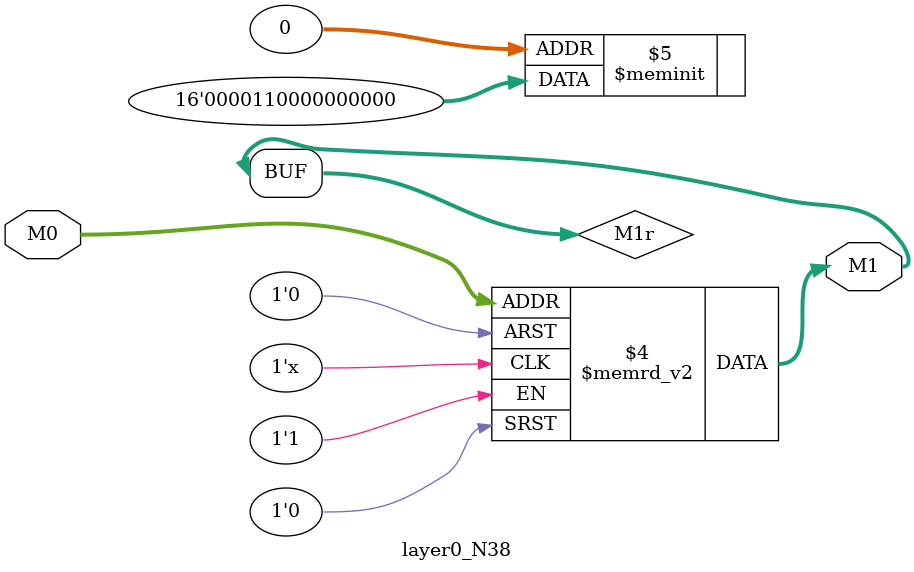
<source format=v>
module layer0_N38 ( input [2:0] M0, output [1:0] M1 );

	(*rom_style = "distributed" *) reg [1:0] M1r;
	assign M1 = M1r;
	always @ (M0) begin
		case (M0)
			3'b000: M1r = 2'b00;
			3'b100: M1r = 2'b00;
			3'b010: M1r = 2'b00;
			3'b110: M1r = 2'b00;
			3'b001: M1r = 2'b00;
			3'b101: M1r = 2'b11;
			3'b011: M1r = 2'b00;
			3'b111: M1r = 2'b00;

		endcase
	end
endmodule

</source>
